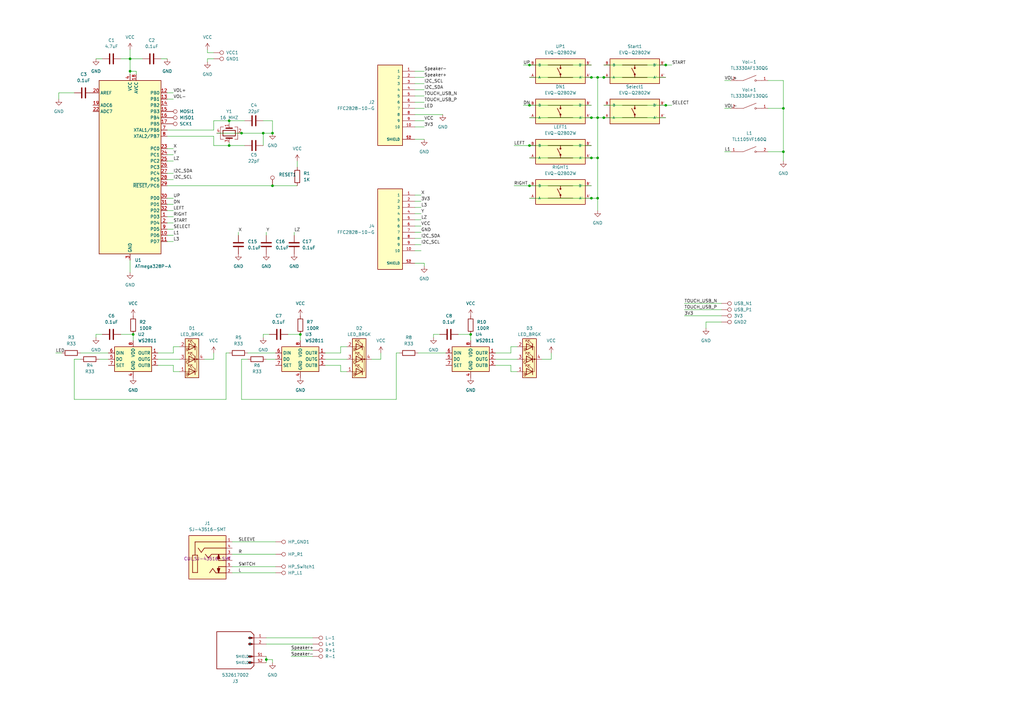
<source format=kicad_sch>
(kicad_sch (version 20230121) (generator eeschema)
  (paper "A3")
  (lib_symbols
    (symbol "532617002:532617002" (pin_names (offset 1.016))
      (property "Reference" "J" (at -7.62 8.89 0))
      (property "Value" "532617002" (at -7.62 -10.16 0))
      (symbol "532617002_0_0"
        (rectangle (start -6.985 -5.3975) (end -5.3975 -4.7625) (stroke (width 0.1)) (fill (type outline)))
        (rectangle (start -6.985 -2.8575) (end -5.3975 -2.2225) (stroke (width 0.1)) (fill (type outline)))
        (rectangle (start -6.985 2.2225) (end -5.3975 2.8575) (stroke (width 0.1)) (fill (type outline)))
        (rectangle (start -6.985 4.7625) (end -5.3975 5.3975) (stroke (width 0.1)) (fill (type outline)))
        (polyline (pts (xy -7.62 -6.35) (xy -6.35 -7.62)) (stroke (width 0.254)))
        (polyline (pts (xy -7.62 -5.08) (xy -5.715 -5.08)) (stroke (width 0.254)))
        (polyline (pts (xy -7.62 -2.54) (xy -5.715 -2.54)) (stroke (width 0.254)))
        (polyline (pts (xy -7.62 2.54) (xy -5.715 2.54)) (stroke (width 0.254)))
        (polyline (pts (xy -7.62 5.08) (xy -5.715 5.08)) (stroke (width 0.254)))
        (polyline (pts (xy -7.62 6.35) (xy -7.62 -6.35)) (stroke (width 0.254)))
        (polyline (pts (xy -7.62 6.35) (xy -6.35 7.62)) (stroke (width 0.254)))
        (polyline (pts (xy -6.35 -7.62) (xy 7.62 -7.62)) (stroke (width 0.254)))
        (polyline (pts (xy 7.62 -7.62) (xy 7.62 7.62)) (stroke (width 0.254)))
        (polyline (pts (xy 7.62 7.62) (xy -6.35 7.62)) (stroke (width 0.254)))
        (pin passive line (at -12.7 5.08 0) (length 5.08) (name "1") (number "1"))
        (pin passive line (at -12.7 2.54 0) (length 5.08) (name "2") (number "2"))
        (pin passive line (at -12.7 -2.54 0) (length 5.08) (name "SHIELD1") (number "S1"))
        (pin passive line (at -12.7 -5.08 0) (length 5.08) (name "SHIELD2") (number "S2"))
      )
    )
    (symbol "Connector:TestPoint" (pin_numbers hide) (pin_names (offset 0.762) hide)
      (property "Reference" "TP" (at 0 6.858 0))
      (property "Value" "TestPoint" (at 0 5.08 0))
      (symbol "TestPoint_0_1"
        (circle (center 0 3.302) (radius 0.762))
      )
      (symbol "TestPoint_1_1"
        (pin passive line (at 0 0 90) (length 2.54) (name "1") (number "1"))
      )
    )
    (symbol "Device:C" (pin_numbers hide) (pin_names (offset 0.254))
      (property "Reference" "C" (at 0.635 2.54 0))
      (property "Value" "C" (at 0.635 -2.54 0))
      (symbol "C_0_1"
        (polyline (pts (xy -2.032 -0.762) (xy 2.032 -0.762)) (stroke (width 0.508)))
        (polyline (pts (xy -2.032 0.762) (xy 2.032 0.762)) (stroke (width 0.508)))
      )
      (symbol "C_1_1"
        (pin passive line (at 0 3.81 270) (length 2.794) (name "~") (number "1"))
        (pin passive line (at 0 -3.81 90) (length 2.794) (name "~") (number "2"))
      )
    )
    (symbol "Device:Crystal_GND24" (pin_names (offset 1.016) hide)
      (property "Reference" "Y" (at 3.175 5.08 0))
      (property "Value" "Crystal_GND24" (at 3.175 3.175 0))
      (symbol "Crystal_GND24_0_1"
        (rectangle (start -1.143 2.54) (end 1.143 -2.54) (stroke (width 0.3048)))
        (polyline (pts (xy -2.54 0) (xy -2.032 0)))
        (polyline (pts (xy -2.032 -1.27) (xy -2.032 1.27)) (stroke (width 0.508)))
        (polyline (pts (xy 0 -3.81) (xy 0 -3.556)))
        (polyline (pts (xy 0 3.556) (xy 0 3.81)))
        (polyline (pts (xy 2.032 -1.27) (xy 2.032 1.27)) (stroke (width 0.508)))
        (polyline (pts (xy 2.032 0) (xy 2.54 0)))
        (polyline (pts (xy -2.54 -2.286) (xy -2.54 -3.556) (xy 2.54 -3.556) (xy 2.54 -2.286)))
        (polyline (pts (xy -2.54 2.286) (xy -2.54 3.556) (xy 2.54 3.556) (xy 2.54 2.286)))
      )
      (symbol "Crystal_GND24_1_1"
        (pin passive line (at -3.81 0 0) (length 1.27) (name "1") (number "1"))
        (pin passive line (at 0 5.08 270) (length 1.27) (name "2") (number "2"))
        (pin passive line (at 3.81 0 180) (length 1.27) (name "3") (number "3"))
        (pin passive line (at 0 -5.08 90) (length 1.27) (name "4") (number "4"))
      )
    )
    (symbol "Device:LED_BRGK" (pin_names (offset 0) hide)
      (property "Reference" "D" (at 0 9.398 0))
      (property "Value" "LED_BRGK" (at 0 -8.89 0))
      (symbol "LED_BRGK_0_0"
        (text "B" (at 1.905 -6.35 0) (effects (font (size 1.27 1.27))))
        (text "G" (at 1.905 -1.27 0) (effects (font (size 1.27 1.27))))
        (text "R" (at 1.905 3.81 0) (effects (font (size 1.27 1.27))))
      )
      (symbol "LED_BRGK_0_1"
        (circle (center -2.032 0) (radius 0.254) (fill (type outline)))
        (polyline (pts (xy -1.27 -5.08) (xy 1.27 -5.08)))
        (polyline (pts (xy -1.27 -3.81) (xy -1.27 -6.35)) (stroke (width 0.254)))
        (polyline (pts (xy -1.27 0) (xy -2.54 0)))
        (polyline (pts (xy -1.27 1.27) (xy -1.27 -1.27)) (stroke (width 0.254)))
        (polyline (pts (xy -1.27 5.08) (xy 1.27 5.08)))
        (polyline (pts (xy -1.27 6.35) (xy -1.27 3.81)) (stroke (width 0.254)))
        (polyline (pts (xy 1.27 -5.08) (xy 2.54 -5.08)))
        (polyline (pts (xy 1.27 0) (xy -1.27 0)))
        (polyline (pts (xy 1.27 0) (xy 2.54 0)))
        (polyline (pts (xy 1.27 5.08) (xy 2.54 5.08)))
        (polyline (pts (xy -1.27 1.27) (xy -1.27 -1.27) (xy -1.27 -1.27)))
        (polyline (pts (xy -1.27 6.35) (xy -1.27 3.81) (xy -1.27 3.81)))
        (polyline (pts (xy -1.27 5.08) (xy -2.032 5.08) (xy -2.032 -5.08) (xy -1.016 -5.08)))
        (polyline (pts (xy 1.27 -3.81) (xy 1.27 -6.35) (xy -1.27 -5.08) (xy 1.27 -3.81)) (stroke (width 0.254)))
        (polyline (pts (xy 1.27 1.27) (xy 1.27 -1.27) (xy -1.27 0) (xy 1.27 1.27)) (stroke (width 0.254)))
        (polyline (pts (xy 1.27 6.35) (xy 1.27 3.81) (xy -1.27 5.08) (xy 1.27 6.35)) (stroke (width 0.254)))
        (polyline (pts (xy -1.016 -3.81) (xy 0.508 -2.286) (xy -0.254 -2.286) (xy 0.508 -2.286) (xy 0.508 -3.048)))
        (polyline (pts (xy -1.016 1.27) (xy 0.508 2.794) (xy -0.254 2.794) (xy 0.508 2.794) (xy 0.508 2.032)))
        (polyline (pts (xy -1.016 6.35) (xy 0.508 7.874) (xy -0.254 7.874) (xy 0.508 7.874) (xy 0.508 7.112)))
        (polyline (pts (xy 0 -3.81) (xy 1.524 -2.286) (xy 0.762 -2.286) (xy 1.524 -2.286) (xy 1.524 -3.048)))
        (polyline (pts (xy 0 1.27) (xy 1.524 2.794) (xy 0.762 2.794) (xy 1.524 2.794) (xy 1.524 2.032)))
        (polyline (pts (xy 0 6.35) (xy 1.524 7.874) (xy 0.762 7.874) (xy 1.524 7.874) (xy 1.524 7.112)))
        (rectangle (start 1.27 -1.27) (end 1.27 1.27))
        (rectangle (start 1.27 1.27) (end 1.27 1.27))
        (rectangle (start 1.27 3.81) (end 1.27 6.35))
        (rectangle (start 1.27 6.35) (end 1.27 6.35))
        (rectangle (start 2.794 8.382) (end -2.794 -7.62) (stroke (width 0.254)) (fill (type background)))
      )
      (symbol "LED_BRGK_1_1"
        (pin passive line (at 5.08 -5.08 180) (length 2.54) (name "BA") (number "1"))
        (pin passive line (at 5.08 5.08 180) (length 2.54) (name "RA") (number "2"))
        (pin passive line (at 5.08 0 180) (length 2.54) (name "GA") (number "3"))
        (pin passive line (at -5.08 0 0) (length 2.54) (name "K") (number "4"))
      )
    )
    (symbol "Device:R" (pin_numbers hide) (pin_names (offset 0))
      (property "Reference" "R" (at 2.032 0 90))
      (property "Value" "R" (at 0 0 90))
      (symbol "R_0_1"
        (rectangle (start -1.016 -2.54) (end 1.016 2.54) (stroke (width 0.254)))
      )
      (symbol "R_1_1"
        (pin passive line (at 0 3.81 270) (length 1.27) (name "~") (number "1"))
        (pin passive line (at 0 -3.81 90) (length 1.27) (name "~") (number "2"))
      )
    )
    (symbol "Driver_LED:WS2811"
      (property "Reference" "U" (at -6.35 6.35 0))
      (property "Value" "WS2811" (at 5.08 6.35 0))
      (symbol "WS2811_0_1"
        (rectangle (start -7.62 5.08) (end 7.62 -5.08) (stroke (width 0.254)) (fill (type background)))
      )
      (symbol "WS2811_1_1"
        (pin output line (at 10.16 2.54 180) (length 2.54) (name "OUTR") (number "1"))
        (pin output line (at 10.16 0 180) (length 2.54) (name "OUTG") (number "2"))
        (pin output line (at 10.16 -2.54 180) (length 2.54) (name "OUTB") (number "3"))
        (pin power_in line (at 0 -7.62 90) (length 2.54) (name "GND") (number "4"))
        (pin output line (at -10.16 0 0) (length 2.54) (name "DO") (number "5"))
        (pin input line (at -10.16 2.54 0) (length 2.54) (name "DIN") (number "6"))
        (pin input line (at -10.16 -2.54 0) (length 2.54) (name "SET") (number "7"))
        (pin power_in line (at 0 7.62 270) (length 2.54) (name "VDD") (number "8"))
      )
    )
    (symbol "EVQ-Q2B02W:EVQ-Q2B02W" (pin_names (offset 1.016))
      (property "Reference" "S" (at -10.1693 5.5931 0))
      (property "Value" "EVQ-Q2B02W" (at -10.1644 -7.6233 0))
      (symbol "EVQ-Q2B02W_0_0"
        (rectangle (start -10.16 -5.08) (end 10.16 5.08) (stroke (width 0.254)) (fill (type background)))
        (circle (center 0 -1.27) (radius 0.254) (stroke (width 0.254)))
        (polyline (pts (xy -5.08 -2.54) (xy 0 -2.54)) (stroke (width 0.254)))
        (polyline (pts (xy -5.08 2.54) (xy 0 2.54)) (stroke (width 0.254)))
        (polyline (pts (xy 0 -2.54) (xy 5.08 -2.54)) (stroke (width 0.254)))
        (polyline (pts (xy 0 -1.27) (xy -1.27 1.27)) (stroke (width 0.254)))
        (polyline (pts (xy 0 -1.27) (xy 0 -2.54)) (stroke (width 0.254)))
        (polyline (pts (xy 0 1.27) (xy 0 2.54)) (stroke (width 0.254)))
        (polyline (pts (xy 0 2.54) (xy 5.08 2.54)) (stroke (width 0.254)))
        (circle (center 0 1.27) (radius 0.254) (stroke (width 0.254)))
        (pin passive line (at -12.7 -2.54 0) (length 2.54) (name "A") (number "A"))
        (pin passive line (at 12.7 -2.54 180) (length 2.54) (name "A'") (number "A'"))
        (pin passive line (at -12.7 2.54 0) (length 2.54) (name "B") (number "B"))
        (pin passive line (at 12.7 2.54 180) (length 2.54) (name "B'") (number "B'"))
      )
    )
    (symbol "FFC2B28-10-G:FFC2B28-10-G" (pin_names (offset 1.016))
      (property "Reference" "J" (at -5.08 16.002 0))
      (property "Value" "FFC2B28-10-G" (at -5.08 -20.32 0))
      (symbol "FFC2B28-10-G_0_0"
        (rectangle (start -5.08 -17.78) (end 5.08 15.24) (stroke (width 0.254)) (fill (type background)))
        (pin passive line (at -10.16 12.7 0) (length 5.08) (name "1") (number "1"))
        (pin passive line (at -10.16 -10.16 0) (length 5.08) (name "10") (number "10"))
        (pin passive line (at -10.16 10.16 0) (length 5.08) (name "2") (number "2"))
        (pin passive line (at -10.16 7.62 0) (length 5.08) (name "3") (number "3"))
        (pin passive line (at -10.16 5.08 0) (length 5.08) (name "4") (number "4"))
        (pin passive line (at -10.16 2.54 0) (length 5.08) (name "5") (number "5"))
        (pin passive line (at -10.16 0 0) (length 5.08) (name "6") (number "6"))
        (pin passive line (at -10.16 -2.54 0) (length 5.08) (name "7") (number "7"))
        (pin passive line (at -10.16 -5.08 0) (length 5.08) (name "8") (number "8"))
        (pin passive line (at -10.16 -7.62 0) (length 5.08) (name "9") (number "9"))
        (pin passive line (at -10.16 -15.24 0) (length 5.08) (name "SHIELD") (number "S1"))
        (pin passive line (at -10.16 -15.24 0) (length 5.08) (name "SHIELD") (number "S2"))
      )
    )
    (symbol "MCU_Microchip_ATmega:ATmega328P-A"
      (property "Reference" "U" (at -12.7 36.83 0))
      (property "Value" "ATmega328P-A" (at 2.54 -36.83 0))
      (symbol "ATmega328P-A_0_1"
        (rectangle (start -12.7 -35.56) (end 12.7 35.56) (stroke (width 0.254)) (fill (type background)))
      )
      (symbol "ATmega328P-A_1_1"
        (pin bidirectional line (at 15.24 -20.32 180) (length 2.54) (name "PD3") (number "1"))
        (pin bidirectional line (at 15.24 -27.94 180) (length 2.54) (name "PD6") (number "10"))
        (pin bidirectional line (at 15.24 -30.48 180) (length 2.54) (name "PD7") (number "11"))
        (pin bidirectional line (at 15.24 30.48 180) (length 2.54) (name "PB0") (number "12"))
        (pin bidirectional line (at 15.24 27.94 180) (length 2.54) (name "PB1") (number "13"))
        (pin bidirectional line (at 15.24 25.4 180) (length 2.54) (name "PB2") (number "14"))
        (pin bidirectional line (at 15.24 22.86 180) (length 2.54) (name "PB3") (number "15"))
        (pin bidirectional line (at 15.24 20.32 180) (length 2.54) (name "PB4") (number "16"))
        (pin bidirectional line (at 15.24 17.78 180) (length 2.54) (name "PB5") (number "17"))
        (pin power_in line (at 2.54 38.1 270) (length 2.54) (name "AVCC") (number "18"))
        (pin input line (at -15.24 25.4 0) (length 2.54) (name "ADC6") (number "19"))
        (pin bidirectional line (at 15.24 -22.86 180) (length 2.54) (name "PD4") (number "2"))
        (pin passive line (at -15.24 30.48 0) (length 2.54) (name "AREF") (number "20"))
        (pin passive line (at 0 -38.1 90) (length 2.54) hide (name "GND") (number "21"))
        (pin input line (at -15.24 22.86 0) (length 2.54) (name "ADC7") (number "22"))
        (pin bidirectional line (at 15.24 7.62 180) (length 2.54) (name "PC0") (number "23"))
        (pin bidirectional line (at 15.24 5.08 180) (length 2.54) (name "PC1") (number "24"))
        (pin bidirectional line (at 15.24 2.54 180) (length 2.54) (name "PC2") (number "25"))
        (pin bidirectional line (at 15.24 0 180) (length 2.54) (name "PC3") (number "26"))
        (pin bidirectional line (at 15.24 -2.54 180) (length 2.54) (name "PC4") (number "27"))
        (pin bidirectional line (at 15.24 -5.08 180) (length 2.54) (name "PC5") (number "28"))
        (pin bidirectional line (at 15.24 -7.62 180) (length 2.54) (name "~{RESET}/PC6") (number "29"))
        (pin power_in line (at 0 -38.1 90) (length 2.54) (name "GND") (number "3"))
        (pin bidirectional line (at 15.24 -12.7 180) (length 2.54) (name "PD0") (number "30"))
        (pin bidirectional line (at 15.24 -15.24 180) (length 2.54) (name "PD1") (number "31"))
        (pin bidirectional line (at 15.24 -17.78 180) (length 2.54) (name "PD2") (number "32"))
        (pin power_in line (at 0 38.1 270) (length 2.54) (name "VCC") (number "4"))
        (pin passive line (at 0 -38.1 90) (length 2.54) hide (name "GND") (number "5"))
        (pin passive line (at 0 38.1 270) (length 2.54) hide (name "VCC") (number "6"))
        (pin bidirectional line (at 15.24 15.24 180) (length 2.54) (name "XTAL1/PB6") (number "7"))
        (pin bidirectional line (at 15.24 12.7 180) (length 2.54) (name "XTAL2/PB7") (number "8"))
        (pin bidirectional line (at 15.24 -25.4 180) (length 2.54) (name "PD5") (number "9"))
      )
    )
    (symbol "SJ-43516-SMT:SJ-43516-SMT" (pin_names (offset 1.016))
      (property "Reference" "J" (at -7.6206 10.9229 0))
      (property "Value" "SJ-43516-SMT" (at -7.6269 -10.1692 0))
      (symbol "SJ-43516-SMT_0_0"
        (rectangle (start -7.62 -7.62) (end 7.62 10.16) (stroke (width 0.254)) (fill (type background)))
        (polyline (pts (xy -6.096 -4.953) (xy -4.064 -4.953)) (stroke (width 0.254)))
        (polyline (pts (xy -6.096 2.159) (xy -6.096 -4.953)) (stroke (width 0.254)))
        (polyline (pts (xy -5.08 7.62) (xy -5.08 2.286)) (stroke (width 0.254)))
        (polyline (pts (xy -5.08 7.62) (xy 7.62 7.62)) (stroke (width 0.254)))
        (polyline (pts (xy -4.064 -4.953) (xy -4.064 2.159)) (stroke (width 0.254)))
        (polyline (pts (xy -4.064 2.159) (xy -6.096 2.159)) (stroke (width 0.254)))
        (polyline (pts (xy -3.81 5.08) (xy -2.54 3.302)) (stroke (width 0.254)))
        (polyline (pts (xy -2.54 3.302) (xy -1.27 5.08)) (stroke (width 0.254)))
        (polyline (pts (xy -1.143 5.08) (xy 7.62 5.08)) (stroke (width 0.254)))
        (polyline (pts (xy -0.889 2.54) (xy 0.381 1.016)) (stroke (width 0.254)))
        (polyline (pts (xy 0.381 1.016) (xy 1.651 2.54)) (stroke (width 0.254)))
        (polyline (pts (xy 0.889 -5.08) (xy 2.159 -3.302)) (stroke (width 0.254)))
        (polyline (pts (xy 1.778 2.54) (xy 7.62 2.54)) (stroke (width 0.254)))
        (polyline (pts (xy 2.159 -3.302) (xy 3.429 -5.08)) (stroke (width 0.254)))
        (polyline (pts (xy 3.429 -5.08) (xy 7.62 -5.08)) (stroke (width 0.254)))
        (polyline (pts (xy 4.064 -3.302) (xy 4.572 -5.08)) (stroke (width 0.254)))
        (polyline (pts (xy 4.064 0.762) (xy 4.572 2.54)) (stroke (width 0.254)))
        (polyline (pts (xy 4.572 -5.08) (xy 5.08 -3.302)) (stroke (width 0.254)))
        (polyline (pts (xy 4.572 -3.302) (xy 4.064 -3.302)) (stroke (width 0.254)))
        (polyline (pts (xy 4.572 -2.54) (xy 4.572 -3.302)) (stroke (width 0.254)))
        (polyline (pts (xy 4.572 -2.54) (xy 7.62 -2.54)) (stroke (width 0.254)))
        (polyline (pts (xy 4.572 0) (xy 4.572 0.762)) (stroke (width 0.254)))
        (polyline (pts (xy 4.572 0) (xy 7.62 0)) (stroke (width 0.254)))
        (polyline (pts (xy 4.572 0.762) (xy 4.064 0.762)) (stroke (width 0.254)))
        (polyline (pts (xy 4.572 2.54) (xy 5.08 0.762)) (stroke (width 0.254)))
        (polyline (pts (xy 5.08 -3.302) (xy 4.572 -3.302)) (stroke (width 0.254)))
        (polyline (pts (xy 5.08 0.762) (xy 4.572 0.762)) (stroke (width 0.254)))
        (polyline (pts (xy 5.08 -3.302) (xy 4.064 -3.302) (xy 4.572 -5.08) (xy 5.08 -3.302)) (stroke (width 0.254)) (fill (type outline)))
        (polyline (pts (xy 5.08 0.762) (xy 4.064 0.762) (xy 4.572 2.54) (xy 5.08 0.762)) (stroke (width 0.254)) (fill (type outline)))
        (pin passive line (at 10.16 7.62 180) (length 2.54) (name "~") (number "1"))
        (pin passive line (at 10.16 -5.08 180) (length 2.54) (name "~") (number "2"))
        (pin passive line (at 10.16 2.54 180) (length 2.54) (name "~") (number "3"))
        (pin passive line (at 10.16 5.08 180) (length 2.54) (name "~") (number "4"))
        (pin passive line (at 10.16 -2.54 180) (length 2.54) (name "~") (number "5"))
        (pin passive line (at 10.16 0 180) (length 2.54) (name "~") (number "6"))
      )
    )
    (symbol "TL1105VF160Q:TL1105VF160Q" (pin_names (offset 1.016))
      (property "Reference" "S" (at -5.08 5.08 0))
      (property "Value" "TL1105VF160Q" (at -5.08 -5.08 0))
      (symbol "TL1105VF160Q_0_0"
        (polyline (pts (xy -2.54 0) (xy -5.08 0)) (stroke (width 0.1524)))
        (polyline (pts (xy -2.54 0) (xy 2.794 2.1336)) (stroke (width 0.1524)))
        (polyline (pts (xy 5.08 0) (xy 2.921 0)) (stroke (width 0.1524)))
        (circle (center 2.54 0) (radius 0.3302) (stroke (width 0.1524)))
        (pin passive line (at -7.62 0 0) (length 2.54) (name "~") (number "1"))
        (pin passive line (at 7.62 0 180) (length 2.54) (name "~") (number "2"))
      )
    )
    (symbol "TL3330AF130QG:TL3330AF130QG" (pin_names (offset 1.016))
      (property "Reference" "S" (at -2.54 2.54 0))
      (property "Value" "TL3330AF130QG" (at -2.54 -2.54 0))
      (symbol "TL3330AF130QG_0_0"
        (polyline (pts (xy -2.54 0) (xy -5.08 0)) (stroke (width 0.1524)))
        (polyline (pts (xy -2.54 0) (xy 2.794 2.1336)) (stroke (width 0.1524)))
        (polyline (pts (xy 5.08 0) (xy 2.921 0)) (stroke (width 0.1524)))
        (circle (center 2.54 0) (radius 0.3302) (stroke (width 0.1524)))
        (pin passive line (at 7.62 0 180) (length 2.54) (name "~") (number "1"))
        (pin passive line (at -7.62 0 0) (length 2.54) (name "~") (number "2"))
      )
    )
    (symbol "power:GND" (power) (pin_names (offset 0))
      (property "Value" "GND" (at 0 -3.81 0))
      (symbol "GND_0_1"
        (polyline (pts (xy 0 0) (xy 0 -1.27) (xy 1.27 -1.27) (xy 0 -2.54) (xy -1.27 -1.27) (xy 0 -1.27)))
      )
      (symbol "GND_1_1"
        (pin power_in line (at 0 0 270) (length 0) hide (name "GND") (number "1"))
      )
    )
    (symbol "power:VCC" (power) (pin_names (offset 0))
      (property "Value" "VCC" (at 0 3.81 0))
      (symbol "VCC_0_1"
        (polyline (pts (xy -0.762 1.27) (xy 0 2.54)))
        (polyline (pts (xy 0 0) (xy 0 2.54)))
        (polyline (pts (xy 0 2.54) (xy 0.762 1.27)))
      )
      (symbol "VCC_1_1"
        (pin power_in line (at 0 0 90) (length 0) hide (name "VCC") (number "1"))
      )
    )
  )
  (junction (at 109.22 270.51))
  (junction (at 247.65 31.75))
  (junction (at 53.34 24.13))
  (junction (at 273.05 26.67))
  (junction (at 217.17 59.69))
  (junction (at 93.98 49.53))
  (junction (at 107.95 54.61))
  (junction (at 245.11 48.26))
  (junction (at 242.57 81.28))
  (junction (at 242.57 64.77))
  (junction (at 273.05 43.18))
  (junction (at 321.31 62.23))
  (junction (at 217.17 76.2))
  (junction (at 217.17 43.18))
  (junction (at 242.57 31.75))
  (junction (at 99.06 54.61))
  (junction (at 193.04 137.16))
  (junction (at 111.76 54.61))
  (junction (at 54.61 137.16))
  (junction (at 53.34 29.21))
  (junction (at 217.17 26.67))
  (junction (at 247.65 48.26))
  (junction (at 245.11 31.75))
  (junction (at 245.11 64.77))
  (junction (at 321.31 44.45))
  (junction (at 123.19 137.16))
  (junction (at 242.57 48.26))
  (junction (at 111.76 76.2))
  (junction (at 93.98 59.69))
  (junction (at 245.11 81.28))
  (wire (pts (xy 41.91 137.16) (xy 39.37 137.16)))
  (wire (pts (xy 123.19 137.16) (xy 123.19 139.7)))
  (wire (pts (xy 30.48 38.1) (xy 24.13 38.1)))
  (wire (pts (xy 321.31 62.23) (xy 321.31 66.04)))
  (wire (pts (xy 68.58 66.04) (xy 71.12 66.04)))
  (wire (pts (xy 92.71 144.78) (xy 93.98 144.78)))
  (wire (pts (xy 71.12 152.4) (xy 73.66 152.4)))
  (wire (pts (xy 53.34 29.21) (xy 53.34 30.48)))
  (wire (pts (xy 187.96 137.16) (xy 193.04 137.16)))
  (wire (pts (xy 245.11 81.28) (xy 242.57 81.28)))
  (wire (pts (xy 297.18 62.23) (xy 299.72 62.23)))
  (wire (pts (xy 242.57 31.75) (xy 245.11 31.75)))
  (wire (pts (xy 30.48 147.32) (xy 30.48 163.83)))
  (wire (pts (xy 217.17 64.77) (xy 242.57 64.77)))
  (wire (pts (xy 68.58 55.88) (xy 87.63 55.88)))
  (wire (pts (xy 280.67 127) (xy 295.91 127)))
  (wire (pts (xy 210.82 76.2) (xy 217.17 76.2)))
  (wire (pts (xy 214.63 26.67) (xy 217.17 26.67)))
  (wire (pts (xy 83.82 147.32) (xy 87.63 147.32)))
  (wire (pts (xy 109.22 261.62) (xy 128.27 261.62)))
  (wire (pts (xy 314.96 33.02) (xy 321.31 33.02)))
  (wire (pts (xy 97.79 95.25) (xy 97.79 96.52)))
  (wire (pts (xy 111.76 76.2) (xy 121.92 76.2)))
  (wire (pts (xy 171.45 144.78) (xy 182.88 144.78)))
  (wire (pts (xy 321.31 44.45) (xy 321.31 62.23)))
  (wire (pts (xy 247.65 26.67) (xy 273.05 26.67)))
  (wire (pts (xy 107.95 54.61) (xy 111.76 54.61)))
  (wire (pts (xy 24.13 38.1) (xy 24.13 40.64)))
  (wire (pts (xy 88.9 54.61) (xy 99.06 54.61)))
  (wire (pts (xy 289.56 132.08) (xy 289.56 134.62)))
  (wire (pts (xy 87.63 24.13) (xy 85.09 24.13)))
  (wire (pts (xy 39.37 24.13) (xy 41.91 24.13)))
  (wire (pts (xy 245.11 48.26) (xy 245.11 64.77)))
  (wire (pts (xy 107.95 49.53) (xy 111.76 49.53)))
  (wire (pts (xy 87.63 144.78) (xy 87.63 147.32)))
  (wire (pts (xy 39.37 137.16) (xy 39.37 138.43)))
  (wire (pts (xy 68.58 40.64) (xy 71.12 40.64)))
  (wire (pts (xy 99.06 163.83) (xy 162.56 163.83)))
  (wire (pts (xy 173.99 107.95) (xy 173.99 109.22)))
  (wire (pts (xy 162.56 144.78) (xy 163.83 144.78)))
  (wire (pts (xy 68.58 91.44) (xy 71.12 91.44)))
  (wire (pts (xy 209.55 144.78) (xy 203.2 144.78)))
  (wire (pts (xy 210.82 59.69) (xy 217.17 59.69)))
  (wire (pts (xy 247.65 43.18) (xy 273.05 43.18)))
  (wire (pts (xy 139.7 152.4) (xy 142.24 152.4)))
  (wire (pts (xy 68.58 60.96) (xy 71.12 60.96)))
  (wire (pts (xy 68.58 96.52) (xy 71.12 96.52)))
  (wire (pts (xy 110.49 137.16) (xy 107.95 137.16)))
  (wire (pts (xy 170.18 36.83) (xy 173.99 36.83)))
  (wire (pts (xy 71.12 149.86) (xy 71.12 152.4)))
  (wire (pts (xy 297.18 33.02) (xy 299.72 33.02)))
  (wire (pts (xy 93.98 49.53) (xy 100.33 49.53)))
  (wire (pts (xy 68.58 63.5) (xy 71.12 63.5)))
  (wire (pts (xy 170.18 44.45) (xy 173.99 44.45)))
  (wire (pts (xy 95.25 227.33) (xy 113.03 227.33)))
  (wire (pts (xy 217.17 31.75) (xy 242.57 31.75)))
  (wire (pts (xy 280.67 124.46) (xy 295.91 124.46)))
  (wire (pts (xy 222.25 147.32) (xy 226.06 147.32)))
  (wire (pts (xy 170.18 57.15) (xy 173.99 57.15)))
  (wire (pts (xy 107.95 137.16) (xy 107.95 138.43)))
  (wire (pts (xy 170.18 107.95) (xy 173.99 107.95)))
  (wire (pts (xy 245.11 31.75) (xy 247.65 31.75)))
  (wire (pts (xy 170.18 87.63) (xy 172.72 87.63)))
  (wire (pts (xy 280.67 129.54) (xy 295.91 129.54)))
  (wire (pts (xy 95.25 222.25) (xy 113.03 222.25)))
  (wire (pts (xy 203.2 147.32) (xy 212.09 147.32)))
  (wire (pts (xy 99.06 147.32) (xy 99.06 163.83)))
  (wire (pts (xy 142.24 142.24) (xy 139.7 142.24)))
  (wire (pts (xy 109.22 270.51) (xy 111.76 270.51)))
  (wire (pts (xy 139.7 149.86) (xy 139.7 152.4)))
  (wire (pts (xy 68.58 93.98) (xy 71.12 93.98)))
  (wire (pts (xy 68.58 88.9) (xy 71.12 88.9)))
  (wire (pts (xy 162.56 163.83) (xy 162.56 144.78)))
  (wire (pts (xy 193.04 137.16) (xy 193.04 139.7)))
  (wire (pts (xy 68.58 86.36) (xy 71.12 86.36)))
  (wire (pts (xy 85.09 24.13) (xy 85.09 25.4)))
  (wire (pts (xy 217.17 26.67) (xy 242.57 26.67)))
  (wire (pts (xy 214.63 43.18) (xy 217.17 43.18)))
  (wire (pts (xy 217.17 43.18) (xy 242.57 43.18)))
  (wire (pts (xy 68.58 76.2) (xy 111.76 76.2)))
  (wire (pts (xy 55.88 29.21) (xy 53.34 29.21)))
  (wire (pts (xy 119.38 266.7) (xy 128.27 266.7)))
  (wire (pts (xy 119.38 269.24) (xy 128.27 269.24)))
  (wire (pts (xy 71.12 144.78) (xy 64.77 144.78)))
  (wire (pts (xy 226.06 144.78) (xy 226.06 147.32)))
  (wire (pts (xy 95.25 234.95) (xy 113.03 234.95)))
  (wire (pts (xy 93.98 50.8) (xy 93.98 49.53)))
  (wire (pts (xy 170.18 82.55) (xy 172.72 82.55)))
  (wire (pts (xy 71.12 142.24) (xy 71.12 144.78)))
  (wire (pts (xy 245.11 48.26) (xy 242.57 48.26)))
  (wire (pts (xy 170.18 80.01) (xy 172.72 80.01)))
  (wire (pts (xy 139.7 142.24) (xy 139.7 144.78)))
  (wire (pts (xy 247.65 48.26) (xy 273.05 48.26)))
  (wire (pts (xy 170.18 100.33) (xy 172.72 100.33)))
  (wire (pts (xy 170.18 95.25) (xy 172.72 95.25)))
  (wire (pts (xy 247.65 31.75) (xy 273.05 31.75)))
  (wire (pts (xy 139.7 144.78) (xy 133.35 144.78)))
  (wire (pts (xy 289.56 132.08) (xy 295.91 132.08)))
  (wire (pts (xy 273.05 43.18) (xy 275.59 43.18)))
  (wire (pts (xy 22.86 144.78) (xy 25.4 144.78)))
  (wire (pts (xy 109.22 269.24) (xy 109.22 270.51)))
  (wire (pts (xy 109.22 270.51) (xy 109.22 271.78)))
  (wire (pts (xy 68.58 81.28) (xy 71.12 81.28)))
  (wire (pts (xy 217.17 59.69) (xy 242.57 59.69)))
  (wire (pts (xy 95.25 232.41) (xy 113.03 232.41)))
  (wire (pts (xy 203.2 149.86) (xy 209.55 149.86)))
  (wire (pts (xy 180.34 137.16) (xy 177.8 137.16)))
  (wire (pts (xy 33.02 144.78) (xy 44.45 144.78)))
  (wire (pts (xy 170.18 102.87) (xy 172.72 102.87)))
  (wire (pts (xy 92.71 163.83) (xy 92.71 144.78)))
  (wire (pts (xy 209.55 152.4) (xy 212.09 152.4)))
  (wire (pts (xy 133.35 149.86) (xy 139.7 149.86)))
  (wire (pts (xy 49.53 137.16) (xy 54.61 137.16)))
  (wire (pts (xy 170.18 29.21) (xy 173.99 29.21)))
  (wire (pts (xy 109.22 264.16) (xy 128.27 264.16)))
  (wire (pts (xy 120.65 95.25) (xy 120.65 96.52)))
  (wire (pts (xy 87.63 21.59) (xy 85.09 21.59)))
  (wire (pts (xy 64.77 147.32) (xy 73.66 147.32)))
  (wire (pts (xy 245.11 31.75) (xy 245.11 48.26)))
  (wire (pts (xy 321.31 33.02) (xy 321.31 44.45)))
  (wire (pts (xy 314.96 62.23) (xy 321.31 62.23)))
  (wire (pts (xy 101.6 144.78) (xy 113.03 144.78)))
  (wire (pts (xy 314.96 44.45) (xy 321.31 44.45)))
  (wire (pts (xy 109.22 147.32) (xy 113.03 147.32)))
  (wire (pts (xy 68.58 83.82) (xy 71.12 83.82)))
  (wire (pts (xy 40.64 147.32) (xy 44.45 147.32)))
  (wire (pts (xy 87.63 59.69) (xy 93.98 59.69)))
  (wire (pts (xy 217.17 81.28) (xy 242.57 81.28)))
  (wire (pts (xy 109.22 95.25) (xy 109.22 96.52)))
  (wire (pts (xy 170.18 97.79) (xy 172.72 97.79)))
  (wire (pts (xy 93.98 59.69) (xy 100.33 59.69)))
  (wire (pts (xy 177.8 137.16) (xy 177.8 138.43)))
  (wire (pts (xy 297.18 44.45) (xy 299.72 44.45)))
  (wire (pts (xy 99.06 54.61) (xy 107.95 54.61)))
  (wire (pts (xy 170.18 41.91) (xy 173.99 41.91)))
  (wire (pts (xy 170.18 46.99) (xy 181.61 46.99)))
  (wire (pts (xy 53.34 24.13) (xy 58.42 24.13)))
  (wire (pts (xy 209.55 142.24) (xy 209.55 144.78)))
  (wire (pts (xy 152.4 147.32) (xy 156.21 147.32)))
  (wire (pts (xy 85.09 21.59) (xy 85.09 20.32)))
  (wire (pts (xy 64.77 149.86) (xy 71.12 149.86)))
  (wire (pts (xy 111.76 270.51) (xy 111.76 271.78)))
  (wire (pts (xy 107.95 59.69) (xy 107.95 54.61)))
  (wire (pts (xy 49.53 24.13) (xy 53.34 24.13)))
  (wire (pts (xy 68.58 99.06) (xy 71.12 99.06)))
  (wire (pts (xy 53.34 24.13) (xy 53.34 29.21)))
  (wire (pts (xy 118.11 137.16) (xy 123.19 137.16)))
  (wire (pts (xy 217.17 76.2) (xy 242.57 76.2)))
  (wire (pts (xy 170.18 34.29) (xy 173.99 34.29)))
  (wire (pts (xy 170.18 92.71) (xy 172.72 92.71)))
  (wire (pts (xy 170.18 49.53) (xy 173.99 49.53)))
  (wire (pts (xy 66.04 24.13) (xy 68.58 24.13)))
  (wire (pts (xy 53.34 20.32) (xy 53.34 24.13)))
  (wire (pts (xy 133.35 147.32) (xy 142.24 147.32)))
  (wire (pts (xy 170.18 31.75) (xy 173.99 31.75)))
  (wire (pts (xy 209.55 149.86) (xy 209.55 152.4)))
  (wire (pts (xy 68.58 73.66) (xy 71.12 73.66)))
  (wire (pts (xy 33.02 147.32) (xy 30.48 147.32)))
  (wire (pts (xy 121.92 66.04) (xy 121.92 68.58)))
  (wire (pts (xy 245.11 64.77) (xy 242.57 64.77)))
  (wire (pts (xy 68.58 53.34) (xy 87.63 53.34)))
  (wire (pts (xy 170.18 52.07) (xy 173.99 52.07)))
  (wire (pts (xy 111.76 49.53) (xy 111.76 54.61)))
  (wire (pts (xy 87.63 55.88) (xy 87.63 59.69)))
  (wire (pts (xy 245.11 48.26) (xy 247.65 48.26)))
  (wire (pts (xy 53.34 106.68) (xy 53.34 111.76)))
  (wire (pts (xy 245.11 81.28) (xy 245.11 86.36)))
  (wire (pts (xy 170.18 85.09) (xy 172.72 85.09)))
  (wire (pts (xy 30.48 163.83) (xy 92.71 163.83)))
  (wire (pts (xy 54.61 137.16) (xy 54.61 139.7)))
  (wire (pts (xy 55.88 30.48) (xy 55.88 29.21)))
  (wire (pts (xy 73.66 142.24) (xy 71.12 142.24)))
  (wire (pts (xy 217.17 48.26) (xy 242.57 48.26)))
  (wire (pts (xy 212.09 142.24) (xy 209.55 142.24)))
  (wire (pts (xy 273.05 26.67) (xy 275.59 26.67)))
  (wire (pts (xy 93.98 49.53) (xy 87.63 49.53)))
  (wire (pts (xy 245.11 64.77) (xy 245.11 81.28)))
  (wire (pts (xy 87.63 49.53) (xy 87.63 53.34)))
  (wire (pts (xy 170.18 39.37) (xy 173.99 39.37)))
  (wire (pts (xy 170.18 90.17) (xy 172.72 90.17)))
  (wire (pts (xy 93.98 59.69) (xy 93.98 58.42)))
  (wire (pts (xy 68.58 38.1) (xy 71.12 38.1)))
  (wire (pts (xy 156.21 144.78) (xy 156.21 147.32)))
  (wire (pts (xy 68.58 71.12) (xy 71.12 71.12)))
  (wire (pts (xy 101.6 147.32) (xy 99.06 147.32)))
  (label "I2C_SCL" (at 71.12 73.66 0))
  (label "LED" (at 173.99 44.45 0))
  (label "DN" (at 71.12 83.82 0))
  (label "VCC" (at 172.72 92.71 0))
  (label "VCC" (at 173.99 49.53 0))
  (label "Speaker-" (at 119.38 269.24 0))
  (label "START" (at 275.59 26.67 0))
  (label "I2C_SCL" (at 173.99 34.29 0))
  (label "RIGHT" (at 71.12 88.9 0))
  (label "X" (at 71.12 60.96 0))
  (label "3V3" (at 173.99 52.07 0))
  (label "I2C_SCL" (at 172.72 100.33 0))
  (label "LZ" (at 172.72 90.17 0))
  (label "TOUCH_USB_N" (at 280.67 124.46 0))
  (label "VOL-" (at 297.18 44.45 0))
  (label "Y" (at 172.72 87.63 0))
  (label "UP" (at 71.12 81.28 0))
  (label "X" (at 97.79 95.25 0))
  (label "Speaker-" (at 173.99 29.21 0))
  (label "LZ" (at 120.65 95.25 0))
  (label "DN" (at 214.63 43.18 0))
  (label "SWITCH" (at 97.79 232.41 0))
  (label "VOL+" (at 71.12 38.1 0))
  (label "LEFT" (at 71.12 86.36 0))
  (label "R" (at 97.79 227.33 0))
  (label "TOUCH_USB_N" (at 173.99 39.37 0))
  (label "SELECT" (at 71.12 93.98 0))
  (label "Speaker+" (at 173.99 31.75 0))
  (label "VOL-" (at 71.12 40.64 0))
  (label "Y" (at 71.12 63.5 0))
  (label "L3" (at 172.72 85.09 0))
  (label "L3" (at 71.12 99.06 0))
  (label "GND" (at 172.72 95.25 0))
  (label "I2C_SDA" (at 71.12 71.12 0))
  (label "L" (at 97.79 234.95 0))
  (label "I2C_SDA" (at 172.72 97.79 0))
  (label "3V3" (at 172.72 82.55 0))
  (label "TOUCH_USB_P" (at 280.67 127 0))
  (label "L1" (at 71.12 96.52 0))
  (label "TOUCH_USB_P" (at 173.99 41.91 0))
  (label "Speaker+" (at 119.38 266.7 0))
  (label "3V3" (at 280.67 129.54 0))
  (label "RIGHT" (at 210.82 76.2 0))
  (label "L1" (at 297.18 62.23 0))
  (label "LZ" (at 71.12 66.04 0))
  (label "LEFT" (at 210.82 59.69 0))
  (label "VOL+" (at 297.18 33.02 0))
  (label "START" (at 71.12 91.44 0))
  (label "LED" (at 22.86 144.78 0))
  (label "Y" (at 109.22 95.25 0))
  (label "SELECT" (at 275.59 43.18 0))
  (label "X" (at 172.72 80.01 0))
  (label "I2C_SDA" (at 173.99 36.83 0))
  (label "SLEEVE" (at 97.79 222.25 0))
  (label "UP" (at 214.63 26.67 0))
  (symbol (lib_id "FFC2B28-10-G:FFC2B28-10-G") (at 160.02 92.71 0) (mirror y) (unit 1)
    (property "Reference" "J4" (at 153.67 92.71 0) (effects (justify left)))
    (property "Value" "FFC2B28-10-G" (at 153.67 95.25 0) (effects (justify left)))
    (property "Footprint" "GCT_FFC2B28-10-G" (effects hide))
    (property "PARTREV" "A" (effects hide))
    (property "STANDARD" "Manufacturer Recommendations" (effects hide))
    (property "MAXIMUM_PACKAGE_HEIGHT" "1.75mm" (effects hide))
    (property "MANUFACTURER" "GCT" (effects hide))
  )
  (symbol (lib_id "SJ-43516-SMT:SJ-43516-SMT") (at 85.09 229.87 0) (unit 1)
    (property "Reference" "J1" (at 85.09 214.63 0))
    (property "Value" "SJ-43516-SMT" (at 85.09 217.17 0))
    (property "Footprint" "CUI_SJ-43516-SMT" (at 85.09 229.87 0) (effects (justify bottom)))
    (property "STANDARD" "MANUFACTURER RECOMMENDATIONS" (effects hide))
    (property "PART_REV" "1.02" (effects hide))
    (property "MANUFACTURER" "CUI INC" (effects hide))
  )
  (symbol (lib_id "Device:C") (at 104.14 59.69 90) (unit 1)
    (property "Reference" "C5" (at 104.14 63.5 90))
    (property "Value" "22pF" (at 104.14 66.04 90))
    (property "Footprint" "Capacitor_SMD:C_0603_1608Metric_Pad1.08x0.95mm_HandSolder" (effects hide))
  )
  (symbol (lib_id "FFC2B28-10-G:FFC2B28-10-G") (at 160.02 41.91 0) (mirror y) (unit 1)
    (property "Reference" "J2" (at 153.67 41.91 0) (effects (justify left)))
    (property "Value" "FFC2B28-10-G" (at 153.67 44.45 0) (effects (justify left)))
    (property "Footprint" "GCT_FFC2B28-10-G" (effects hide))
    (property "PARTREV" "A" (effects hide))
    (property "STANDARD" "Manufacturer Recommendations" (effects hide))
    (property "MAXIMUM_PACKAGE_HEIGHT" "1.75mm" (effects hide))
    (property "MANUFACTURER" "GCT" (effects hide))
  )
  (symbol (lib_id "Device:C") (at 104.14 49.53 90) (unit 1)
    (property "Reference" "C4" (at 104.14 43.18 90))
    (property "Value" "22pF" (at 104.14 45.72 90))
    (property "Footprint" "Capacitor_SMD:C_0603_1608Metric_Pad1.08x0.95mm_HandSolder" (effects hide))
  )
  (symbol (lib_id "power:VCC") (at 54.61 129.54 0) (unit 1)
    (property "Reference" "#PWR011" (effects hide))
    (property "Value" "VCC" (at 54.61 124.46 0))
  )
  (symbol (lib_id "Connector:TestPoint") (at 295.91 127 270) (unit 1)
    (property "Reference" "USB_P1" (at 300.99 127 90) (effects (justify left)))
    (property "Value" "USB_P" (effects hide))
    (property "Footprint" "TestPoint:TestPoint_THTPad_D1.5mm_Drill0.7mm" (effects hide))
  )
  (symbol (lib_id "TL1105VF160Q:TL1105VF160Q") (at 307.34 62.23 0) (unit 1)
    (property "Reference" "L1" (at 307.34 54.61 0))
    (property "Value" "TL1105VF160Q" (at 307.34 57.15 0))
    (property "Footprint" "SW_TL1105VF160Q" (effects hide))
    (property "PARTREV" "C" (effects hide))
    (property "STANDARD" "Manufacturer Recommendations" (effects hide))
    (property "SNAPEDA_PN" "TL1105VF160Q" (effects hide))
    (property "MAXIMUM_PACKAGE_HEIGHT" "7 mm" (effects hide))
    (property "MANUFACTURER" "E-Switch" (effects hide))
  )
  (symbol (lib_id "Connector:TestPoint") (at 113.03 222.25 270) (unit 1)
    (property "Reference" "HP_GND1" (at 118.11 222.25 90) (effects (justify left)))
    (property "Footprint" "TestPoint:TestPoint_Pad_1.0x1.0mm" (effects hide))
  )
  (symbol (lib_id "power:VCC") (at 156.21 144.78 0) (unit 1)
    (property "Reference" "#PWR015" (effects hide))
    (property "Value" "VCC" (at 156.21 139.7 0))
  )
  (symbol (lib_id "Driver_LED:WS2811") (at 193.04 147.32 0) (unit 1)
    (property "Reference" "U4" (at 194.9959 137.16 0) (effects (justify left)))
    (property "Value" "WS2811" (at 194.9959 139.7 0) (effects (justify left)))
    (property "Footprint" "Package_SO:SOP-8_3.9x4.9mm_P1.27mm" (effects hide))
    (property "Datasheet" "https://cdn-shop.adafruit.com/datasheets/WS2811.pdf" (effects hide))
  )
  (symbol (lib_id "power:GND") (at 111.76 54.61 0) (unit 1)
    (property "Reference" "#PWR07" (effects hide))
    (property "Value" "GND" (at 111.76 59.69 0))
  )
  (symbol (lib_id "Device:R") (at 105.41 147.32 90) (unit 1)
    (property "Reference" "R6" (at 105.41 149.86 90))
    (property "Value" "R33" (at 105.41 152.4 90))
    (property "Footprint" "Resistor_SMD:R_0603_1608Metric_Pad0.98x0.95mm_HandSolder" (effects hide))
  )
  (symbol (lib_id "TL3330AF130QG:TL3330AF130QG") (at 307.34 33.02 0) (unit 1)
    (property "Reference" "Vol-1" (at 307.34 25.4 0))
    (property "Value" "TL3330AF130QG" (at 307.34 27.94 0))
    (property "Footprint" "SW_TL3330AF130QG" (effects hide))
    (property "PARTREV" "B" (effects hide))
    (property "STANDARD" "Manufacturer Recommendations" (effects hide))
    (property "SNAPEDA_PN" "TL3330AF130QG" (effects hide))
    (property "MAXIMUM_PACKAGE_HEIGHT" "3.4 mm" (effects hide))
    (property "MANUFACTURER" "E-Switch" (effects hide))
  )
  (symbol (lib_id "power:VCC") (at 121.92 66.04 0) (unit 1)
    (property "Reference" "#PWR06" (effects hide))
    (property "Value" "VCC" (at 121.92 60.96 0))
  )
  (symbol (lib_id "Device:C") (at 184.15 137.16 90) (unit 1)
    (property "Reference" "C8" (at 184.15 129.54 90))
    (property "Value" "0.1uF" (at 184.15 132.08 90))
    (property "Footprint" "Capacitor_SMD:C_0603_1608Metric_Pad1.08x0.95mm_HandSolder" (effects hide))
  )
  (symbol (lib_id "Device:LED_BRGK") (at 78.74 147.32 0) (mirror y) (unit 1)
    (property "Reference" "D1" (at 78.74 134.62 0))
    (property "Value" "LED_BRGK" (at 78.74 137.16 0))
    (property "Footprint" "LED_SMD:LED_T36K3BGR-05D000121U1930" (effects hide))
  )
  (symbol (lib_id "power:GND") (at 173.99 109.22 0) (unit 1)
    (property "Reference" "#PWR037" (effects hide))
    (property "Value" "GND" (at 173.99 114.3 0))
  )
  (symbol (lib_id "power:GND") (at 193.04 154.94 0) (unit 1)
    (property "Reference" "#PWR021" (effects hide))
    (property "Value" "GND" (at 193.04 160.02 0))
  )
  (symbol (lib_id "power:VCC") (at 123.19 129.54 0) (unit 1)
    (property "Reference" "#PWR014" (effects hide))
    (property "Value" "VCC" (at 123.19 124.46 0))
  )
  (symbol (lib_id "power:GND") (at 24.13 40.64 0) (unit 1)
    (property "Reference" "#PWR02" (effects hide))
    (property "Value" "GND" (at 24.13 45.72 0))
  )
  (symbol (lib_id "Connector:TestPoint") (at 68.58 48.26 270) (unit 1)
    (property "Reference" "MISO1" (at 73.66 48.26 90) (effects (justify left)))
    (property "Value" "MISO" (effects hide))
    (property "Footprint" "TestPoint:TestPoint_Pad_D1.5mm" (effects hide))
  )
  (symbol (lib_id "Device:R") (at 54.61 133.35 0) (unit 1)
    (property "Reference" "R2" (at 57.15 132.08 0) (effects (justify left)))
    (property "Value" "100R" (at 57.15 134.62 0) (effects (justify left)))
    (property "Footprint" "Resistor_SMD:R_0603_1608Metric_Pad0.98x0.95mm_HandSolder" (effects hide))
  )
  (symbol (lib_id "Device:R") (at 167.64 144.78 90) (unit 1)
    (property "Reference" "R8" (at 167.64 138.43 90))
    (property "Value" "R33" (at 167.64 140.97 90))
    (property "Footprint" "Resistor_SMD:R_0603_1608Metric_Pad0.98x0.95mm_HandSolder" (effects hide))
  )
  (symbol (lib_id "Device:R") (at 193.04 133.35 0) (unit 1)
    (property "Reference" "R10" (at 195.58 132.08 0) (effects (justify left)))
    (property "Value" "100R" (at 195.58 134.62 0) (effects (justify left)))
    (property "Footprint" "Resistor_SMD:R_0603_1608Metric_Pad0.98x0.95mm_HandSolder" (effects hide))
  )
  (symbol (lib_id "power:GND") (at 123.19 154.94 0) (unit 1)
    (property "Reference" "#PWR020" (effects hide))
    (property "Value" "GND" (at 123.19 160.02 0))
  )
  (symbol (lib_id "EVQ-Q2B02W:EVQ-Q2B02W") (at 229.87 78.74 0) (unit 1)
    (property "Reference" "RIGHT1" (at 229.87 68.58 0))
    (property "Value" "EVQ-Q2B02W" (at 229.87 71.12 0))
    (property "Footprint" "SW_EVQ-Q2B02W" (effects hide))
    (property "MANUFACTURER" "Panasonic" (effects hide))
  )
  (symbol (lib_id "power:GND") (at 39.37 24.13 0) (unit 1)
    (property "Reference" "#PWR04" (effects hide))
    (property "Value" "GND" (at 39.37 29.21 0))
  )
  (symbol (lib_id "power:GND") (at 321.31 66.04 0) (unit 1)
    (property "Reference" "#PWR09" (effects hide))
    (property "Value" "GND" (at 321.31 71.12 0))
  )
  (symbol (lib_id "Driver_LED:WS2811") (at 54.61 147.32 0) (unit 1)
    (property "Reference" "U2" (at 56.5659 137.16 0) (effects (justify left)))
    (property "Value" "WS2811" (at 56.5659 139.7 0) (effects (justify left)))
    (property "Footprint" "Package_SO:SOP-8_3.9x4.9mm_P1.27mm" (effects hide))
    (property "Datasheet" "https://cdn-shop.adafruit.com/datasheets/WS2811.pdf" (effects hide))
  )
  (symbol (lib_id "power:VCC") (at 53.34 20.32 0) (unit 1)
    (property "Reference" "#PWR05" (effects hide))
    (property "Value" "VCC" (at 53.34 15.24 0))
  )
  (symbol (lib_id "EVQ-Q2B02W:EVQ-Q2B02W") (at 229.87 45.72 0) (unit 1)
    (property "Reference" "DN1" (at 229.87 35.56 0))
    (property "Value" "EVQ-Q2B02W" (at 229.87 38.1 0))
    (property "Footprint" "SW_EVQ-Q2B02W" (effects hide))
    (property "MANUFACTURER" "Panasonic" (effects hide))
  )
  (symbol (lib_id "power:GND") (at 85.09 25.4 0) (unit 1)
    (property "Reference" "#PWR025" (effects hide))
    (property "Value" "GND" (at 85.09 30.48 0))
  )
  (symbol (lib_id "Connector:TestPoint") (at 128.27 269.24 270) (unit 1)
    (property "Reference" "R-1" (at 133.35 269.24 90) (effects (justify left)))
    (property "Footprint" "TestPoint:TestPoint_Pad_1.0x1.0mm" (effects hide))
  )
  (symbol (lib_id "Device:Crystal_GND24") (at 93.98 54.61 270) (unit 1)
    (property "Reference" "Y1" (at 93.98 45.72 90))
    (property "Value" "16 MHZ" (at 93.98 48.26 90))
    (property "Footprint" "Crystal:Crystal_SMD_5032-4Pin_5.0x3.2mm" (effects hide))
  )
  (symbol (lib_id "EVQ-Q2B02W:EVQ-Q2B02W") (at 260.35 45.72 0) (unit 1)
    (property "Reference" "Select1" (at 260.35 35.56 0))
    (property "Value" "EVQ-Q2B02W" (at 260.35 38.1 0))
    (property "Footprint" "SW_EVQ-Q2B02W" (effects hide))
    (property "MANUFACTURER" "Panasonic" (effects hide))
  )
  (symbol (lib_id "power:GND") (at 39.37 138.43 0) (unit 1)
    (property "Reference" "#PWR012" (effects hide))
    (property "Value" "GND" (at 39.37 143.51 0))
  )
  (symbol (lib_id "Device:R") (at 29.21 144.78 90) (unit 1)
    (property "Reference" "R3" (at 29.21 138.43 90))
    (property "Value" "R33" (at 29.21 140.97 90))
    (property "Footprint" "Resistor_SMD:R_0603_1608Metric_Pad0.98x0.95mm_HandSolder" (effects hide))
  )
  (symbol (lib_id "Device:C") (at 62.23 24.13 90) (unit 1)
    (property "Reference" "C2" (at 62.23 16.51 90))
    (property "Value" "0.1uF" (at 62.23 19.05 90))
    (property "Footprint" "Capacitor_SMD:C_0603_1608Metric_Pad1.08x0.95mm_HandSolder" (effects hide))
  )
  (symbol (lib_id "power:VCC") (at 85.09 20.32 0) (unit 1)
    (property "Reference" "#PWR024" (effects hide))
    (property "Value" "VCC" (at 85.09 15.24 0))
  )
  (symbol (lib_id "Driver_LED:WS2811") (at 123.19 147.32 0) (unit 1)
    (property "Reference" "U3" (at 125.1459 137.16 0) (effects (justify left)))
    (property "Value" "WS2811" (at 125.1459 139.7 0) (effects (justify left)))
    (property "Footprint" "Package_SO:SOP-8_3.9x4.9mm_P1.27mm" (effects hide))
    (property "Datasheet" "https://cdn-shop.adafruit.com/datasheets/WS2811.pdf" (effects hide))
  )
  (symbol (lib_id "Device:C") (at 45.72 137.16 90) (unit 1)
    (property "Reference" "C6" (at 45.72 129.54 90))
    (property "Value" "0.1uF" (at 45.72 132.08 90))
    (property "Footprint" "Capacitor_SMD:C_0603_1608Metric_Pad1.08x0.95mm_HandSolder" (effects hide))
  )
  (symbol (lib_id "Device:C") (at 114.3 137.16 90) (unit 1)
    (property "Reference" "C7" (at 114.3 129.54 90))
    (property "Value" "0.1uF" (at 114.3 132.08 90))
    (property "Footprint" "Capacitor_SMD:C_0603_1608Metric_Pad1.08x0.95mm_HandSolder" (effects hide))
  )
  (symbol (lib_id "Connector:TestPoint") (at 295.91 124.46 270) (unit 1)
    (property "Reference" "USB_N1" (at 300.99 124.46 90) (effects (justify left)))
    (property "Value" "USB_N" (effects hide))
    (property "Footprint" "TestPoint:TestPoint_THTPad_D1.5mm_Drill0.7mm" (effects hide))
  )
  (symbol (lib_id "Connector:TestPoint") (at 113.03 227.33 270) (unit 1)
    (property "Reference" "HP_R1" (at 118.11 227.33 90) (effects (justify left)))
    (property "Footprint" "TestPoint:TestPoint_Pad_1.0x1.0mm" (effects hide))
  )
  (symbol (lib_id "TL3330AF130QG:TL3330AF130QG") (at 307.34 44.45 0) (unit 1)
    (property "Reference" "Vol+1" (at 307.34 36.83 0))
    (property "Value" "TL3330AF130QG" (at 307.34 39.37 0))
    (property "Footprint" "SW_TL3330AF130QG" (effects hide))
    (property "PARTREV" "B" (effects hide))
    (property "STANDARD" "Manufacturer Recommendations" (effects hide))
    (property "SNAPEDA_PN" "TL3330AF130QG" (effects hide))
    (property "MAXIMUM_PACKAGE_HEIGHT" "3.4 mm" (effects hide))
    (property "MANUFACTURER" "E-Switch" (effects hide))
  )
  (symbol (lib_id "Device:R") (at 121.92 72.39 0) (unit 1)
    (property "Reference" "R1" (at 124.46 71.12 0) (effects (justify left)))
    (property "Value" "1K" (at 124.46 73.66 0) (effects (justify left)))
    (property "Footprint" "Resistor_SMD:R_0603_1608Metric_Pad0.98x0.95mm_HandSolder" (effects hide))
  )
  (symbol (lib_id "Device:R") (at 36.83 147.32 90) (unit 1)
    (property "Reference" "R4" (at 36.83 149.86 90))
    (property "Value" "R33" (at 36.83 152.4 90))
    (property "Footprint" "Resistor_SMD:R_0603_1608Metric_Pad0.98x0.95mm_HandSolder" (effects hide))
  )
  (symbol (lib_id "Device:R") (at 123.19 133.35 0) (unit 1)
    (property "Reference" "R7" (at 125.73 132.08 0) (effects (justify left)))
    (property "Value" "100R" (at 125.73 134.62 0) (effects (justify left)))
    (property "Footprint" "Resistor_SMD:R_0603_1608Metric_Pad0.98x0.95mm_HandSolder" (effects hide))
  )
  (symbol (lib_id "Device:C") (at 109.22 100.33 180) (unit 1)
    (property "Reference" "C16" (at 113.03 99.06 0) (effects (justify right)))
    (property "Value" "0.1uF" (at 113.03 101.6 0) (effects (justify right)))
    (property "Footprint" "Capacitor_SMD:C_0603_1608Metric_Pad1.08x0.95mm_HandSolder" (effects hide))
  )
  (symbol (lib_id "Connector:TestPoint") (at 128.27 261.62 270) (unit 1)
    (property "Reference" "L-1" (at 133.35 261.62 90) (effects (justify left)))
    (property "Footprint" "TestPoint:TestPoint_Pad_1.0x1.0mm" (effects hide))
  )
  (symbol (lib_id "Connector:TestPoint") (at 113.03 234.95 270) (unit 1)
    (property "Reference" "HP_L1" (at 118.11 234.95 90) (effects (justify left)))
    (property "Footprint" "TestPoint:TestPoint_Pad_1.0x1.0mm" (effects hide))
  )
  (symbol (lib_id "power:GND") (at 173.99 57.15 0) (unit 1)
    (property "Reference" "#PWR022" (effects hide))
    (property "Value" "GND" (at 173.99 62.23 0))
  )
  (symbol (lib_id "Connector:TestPoint") (at 111.76 76.2 0) (unit 1)
    (property "Reference" "RESET1" (at 114.3 71.628 0) (effects (justify left)))
    (property "Value" "RESET" (effects hide))
    (property "Footprint" "TestPoint:TestPoint_Pad_D1.5mm" (effects hide))
  )
  (symbol (lib_id "power:VCC") (at 87.63 144.78 0) (unit 1)
    (property "Reference" "#PWR010" (effects hide))
    (property "Value" "VCC" (at 87.63 139.7 0))
  )
  (symbol (lib_id "Connector:TestPoint") (at 68.58 45.72 270) (unit 1)
    (property "Reference" "MOSI1" (at 73.66 45.72 90) (effects (justify left)))
    (property "Value" "MOSI" (effects hide))
    (property "Footprint" "TestPoint:TestPoint_Pad_D1.5mm" (effects hide))
  )
  (symbol (lib_id "Connector:TestPoint") (at 128.27 266.7 270) (unit 1)
    (property "Reference" "R+1" (at 133.35 266.7 90) (effects (justify left)))
    (property "Footprint" "TestPoint:TestPoint_Pad_1.0x1.0mm" (effects hide))
  )
  (symbol (lib_id "532617002:532617002") (at 96.52 266.7 0) (mirror y) (unit 1)
    (property "Reference" "J3" (at 96.52 279.4 0))
    (property "Value" "532617002" (at 96.52 276.86 0))
    (property "Footprint" "MOLEX_532617002" (effects hide))
    (property "DigiKey_Part_Number" "WM25389TR-ND" (effects hide))
    (property "SnapEDA_Link" "https://www.snapeda.com/parts/532617002/Molex/view-part/?ref=snap" (effects hide))
    (property "MAXIMUM_PACKAGE_HEIGHT" "3.4 mm" (effects hide))
    (property "Package" "None" (effects hide))
    (property "Check_prices" "https://www.snapeda.com/parts/532617002/Molex/view-part/?ref=eda" (effects hide))
    (property "STANDARD" "Manufacturer Recommendations" (effects hide))
    (property "PARTREV" "B" (effects hide))
    (property "MF" "Molex" (effects hide))
    (property "MP" "532617002" (effects hide))
    (property "Description" "\nConnector Header Surface Mount, Right Angle 2 position 0.049 (1.25mm)\n" (effects hide))
    (property "MANUFACTURER" "Molex" (effects hide))
  )
  (symbol (lib_id "Device:C") (at 97.79 100.33 180) (unit 1)
    (property "Reference" "C15" (at 101.6 99.06 0) (effects (justify right)))
    (property "Value" "0.1uF" (at 101.6 101.6 0) (effects (justify right)))
    (property "Footprint" "Capacitor_SMD:C_0603_1608Metric_Pad1.08x0.95mm_HandSolder" (effects hide))
  )
  (symbol (lib_id "Connector:TestPoint") (at 87.63 21.59 270) (unit 1)
    (property "Reference" "VCC1" (at 92.71 21.59 90) (effects (justify left)))
    (property "Value" "VCC" (effects hide))
    (property "Footprint" "TestPoint:TestPoint_Pad_D1.5mm" (effects hide))
  )
  (symbol (lib_id "Device:C") (at 45.72 24.13 90) (unit 1)
    (property "Reference" "C1" (at 45.72 16.51 90))
    (property "Value" "4.7uF" (at 45.72 19.05 90))
    (property "Footprint" "Capacitor_SMD:C_0603_1608Metric_Pad1.08x0.95mm_HandSolder" (effects hide))
  )
  (symbol (lib_id "Device:C") (at 120.65 100.33 180) (unit 1)
    (property "Reference" "C17" (at 123.9472 99.06 0) (effects (justify right)))
    (property "Value" "0.1uF" (at 123.9472 101.6 0) (effects (justify right)))
    (property "Footprint" "Capacitor_SMD:C_0603_1608Metric_Pad1.08x0.95mm_HandSolder" (effects hide))
  )
  (symbol (lib_id "Connector:TestPoint") (at 87.63 24.13 270) (unit 1)
    (property "Reference" "GND1" (at 92.71 24.13 90) (effects (justify left)))
    (property "Value" "GND" (effects hide))
    (property "Footprint" "TestPoint:TestPoint_Pad_D1.5mm" (effects hide))
  )
  (symbol (lib_id "power:GND") (at 109.22 104.14 0) (unit 1)
    (property "Reference" "#PWR039" (effects hide))
    (property "Value" "GND" (at 109.22 109.22 0))
  )
  (symbol (lib_id "EVQ-Q2B02W:EVQ-Q2B02W") (at 260.35 29.21 0) (unit 1)
    (property "Reference" "Start1" (at 260.35 19.05 0))
    (property "Value" "EVQ-Q2B02W" (at 260.35 21.59 0))
    (property "Footprint" "SW_EVQ-Q2B02W" (effects hide))
    (property "MANUFACTURER" "Panasonic" (effects hide))
  )
  (symbol (lib_id "power:GND") (at 68.58 24.13 0) (unit 1)
    (property "Reference" "#PWR03" (effects hide))
    (property "Value" "GND" (at 68.58 29.21 0))
  )
  (symbol (lib_id "power:GND") (at 54.61 154.94 0) (unit 1)
    (property "Reference" "#PWR019" (effects hide))
    (property "Value" "GND" (at 54.61 160.02 0))
  )
  (symbol (lib_id "power:GND") (at 181.61 46.99 0) (unit 1)
    (property "Reference" "#PWR023" (effects hide))
    (property "Value" "GND" (at 181.61 52.07 0))
  )
  (symbol (lib_id "Device:LED_BRGK") (at 217.17 147.32 0) (mirror y) (unit 1)
    (property "Reference" "D3" (at 217.17 134.62 0))
    (property "Value" "LED_BRGK" (at 217.17 137.16 0))
    (property "Footprint" "LED_SMD:LED_T36K3BGR-05D000121U1930" (effects hide))
  )
  (symbol (lib_id "power:GND") (at 107.95 138.43 0) (unit 1)
    (property "Reference" "#PWR013" (effects hide))
    (property "Value" "GND" (at 107.95 143.51 0))
  )
  (symbol (lib_id "power:GND") (at 245.11 86.36 0) (unit 1)
    (property "Reference" "#PWR08" (effects hide))
    (property "Value" "GND" (at 245.11 91.44 0))
  )
  (symbol (lib_id "power:GND") (at 289.56 134.62 0) (unit 1)
    (property "Reference" "#PWR026" (effects hide))
    (property "Value" "GND" (at 289.56 139.7 0))
  )
  (symbol (lib_id "MCU_Microchip_ATmega:ATmega328P-A") (at 53.34 68.58 0) (unit 1)
    (property "Reference" "U1" (at 55.2959 106.68 0) (effects (justify left)))
    (property "Value" "ATmega328P-A" (at 55.2959 109.22 0) (effects (justify left)))
    (property "Footprint" "Package_QFP:TQFP-32_7x7mm_P0.8mm" (effects hide))
    (property "Datasheet" "http://ww1.microchip.com/downloads/en/DeviceDoc/ATmega328_P%20AVR%20MCU%20with%20picoPower%20Technology%20Data%20Sheet%2040001984A.pdf" (effects hide))
  )
  (symbol (lib_id "power:GND") (at 177.8 138.43 0) (unit 1)
    (property "Reference" "#PWR016" (effects hide))
    (property "Value" "GND" (at 177.8 143.51 0))
  )
  (symbol (lib_id "power:GND") (at 53.34 111.76 0) (unit 1)
    (property "Reference" "#PWR01" (effects hide))
    (property "Value" "GND" (at 53.34 116.84 0))
  )
  (symbol (lib_id "power:VCC") (at 193.04 129.54 0) (unit 1)
    (property "Reference" "#PWR017" (effects hide))
    (property "Value" "VCC" (at 193.04 124.46 0))
  )
  (symbol (lib_id "power:GND") (at 97.79 104.14 0) (unit 1)
    (property "Reference" "#PWR038" (effects hide))
    (property "Value" "GND" (at 97.79 109.22 0))
  )
  (symbol (lib_id "Connector:TestPoint") (at 113.03 232.41 270) (unit 1)
    (property "Reference" "HP_Switch1" (at 118.11 232.41 90) (effects (justify left)))
    (property "Footprint" "TestPoint:TestPoint_Pad_1.0x1.0mm" (effects hide))
  )
  (symbol (lib_id "Device:R") (at 97.79 144.78 90) (unit 1)
    (property "Reference" "R5" (at 97.79 138.43 90))
    (property "Value" "R33" (at 97.79 140.97 90))
    (property "Footprint" "Resistor_SMD:R_0603_1608Metric_Pad0.98x0.95mm_HandSolder" (effects hide))
  )
  (symbol (lib_id "Connector:TestPoint") (at 128.27 264.16 270) (unit 1)
    (property "Reference" "L+1" (at 133.35 264.16 90) (effects (justify left)))
    (property "Footprint" "TestPoint:TestPoint_Pad_1.0x1.0mm" (effects hide))
  )
  (symbol (lib_id "power:GND") (at 120.65 104.14 0) (unit 1)
    (property "Reference" "#PWR040" (effects hide))
    (property "Value" "GND" (at 120.65 109.22 0))
  )
  (symbol (lib_id "Device:LED_BRGK") (at 147.32 147.32 0) (mirror y) (unit 1)
    (property "Reference" "D2" (at 147.32 134.62 0))
    (property "Value" "LED_BRGK" (at 147.32 137.16 0))
    (property "Footprint" "LED_SMD:LED_T36K3BGR-05D000121U1930" (effects hide))
  )
  (symbol (lib_id "Connector:TestPoint") (at 295.91 132.08 270) (unit 1)
    (property "Reference" "GND2" (at 300.99 132.08 90) (effects (justify left)))
    (property "Value" "GND" (effects hide))
    (property "Footprint" "TestPoint:TestPoint_THTPad_D1.5mm_Drill0.7mm" (effects hide))
  )
  (symbol (lib_id "Device:C") (at 34.29 38.1 90) (unit 1)
    (property "Reference" "C3" (at 34.29 30.48 90))
    (property "Value" "0.1uF" (at 34.29 33.02 90))
    (property "Footprint" "Capacitor_SMD:C_0603_1608Metric_Pad1.08x0.95mm_HandSolder" (effects hide))
  )
  (symbol (lib_id "Connector:TestPoint") (at 68.58 50.8 270) (unit 1)
    (property "Reference" "SCK1" (at 73.66 50.8 90) (effects (justify left)))
    (property "Value" "SCK" (effects hide))
    (property "Footprint" "TestPoint:TestPoint_Pad_D1.5mm" (effects hide))
  )
  (symbol (lib_id "EVQ-Q2B02W:EVQ-Q2B02W") (at 229.87 62.23 0) (unit 1)
    (property "Reference" "LEFT1" (at 229.87 52.07 0))
    (property "Value" "EVQ-Q2B02W" (at 229.87 54.61 0))
    (property "Footprint" "SW_EVQ-Q2B02W" (effects hide))
    (property "MANUFACTURER" "Panasonic" (effects hide))
  )
  (symbol (lib_id "Connector:TestPoint") (at 295.91 129.54 270) (unit 1)
    (property "Reference" "3V3" (at 300.99 129.54 90) (effects (justify left)))
    (property "Value" "3V3" (effects hide))
    (property "Footprint" "TestPoint:TestPoint_THTPad_D1.5mm_Drill0.7mm" (effects hide))
  )
  (symbol (lib_id "power:VCC") (at 226.06 144.78 0) (unit 1)
    (property "Reference" "#PWR018" (effects hide))
    (property "Value" "VCC" (at 226.06 139.7 0))
  )
  (symbol (lib_id "EVQ-Q2B02W:EVQ-Q2B02W") (at 229.87 29.21 0) (unit 1)
    (property "Reference" "UP1" (at 229.87 19.05 0))
    (property "Value" "EVQ-Q2B02W" (at 229.87 21.59 0))
    (property "Footprint" "SW_EVQ-Q2B02W" (effects hide))
    (property "MANUFACTURER" "Panasonic" (effects hide))
  )
  (symbol (lib_id "power:GND") (at 111.76 271.78 0) (unit 1)
    (property "Reference" "#PWR027" (effects hide))
    (property "Value" "GND" (at 111.76 276.86 0))
  )
)
</source>
